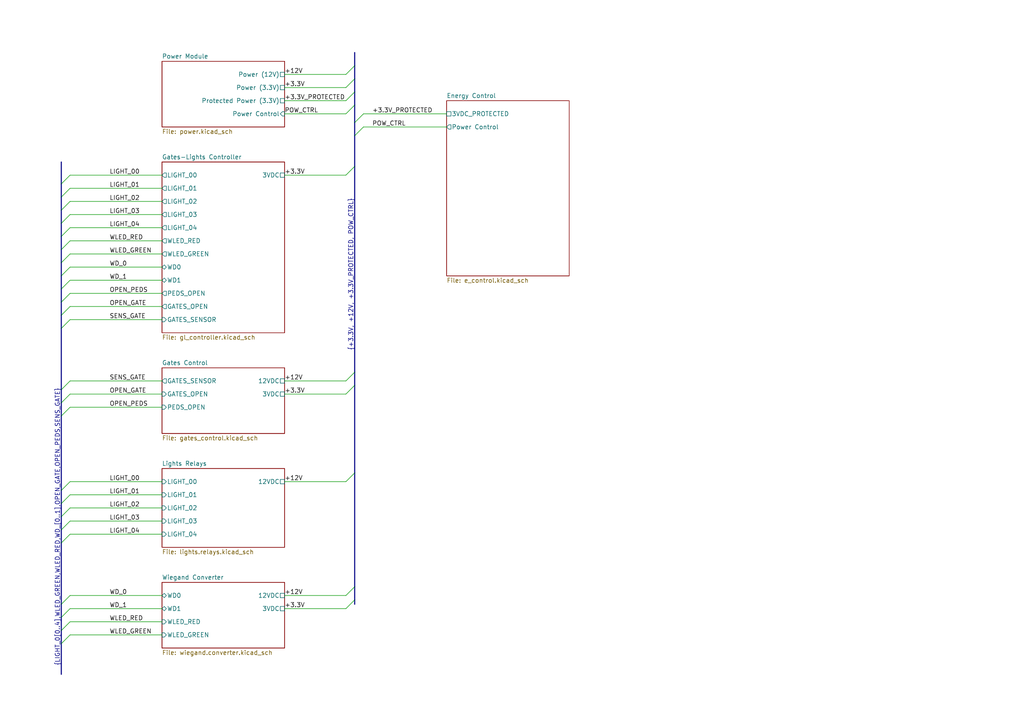
<source format=kicad_sch>
(kicad_sch (version 20230121) (generator eeschema)
  (paper "A4")
  (lib_symbols)
  (bus_entry (at 17.78 68.58) (size 2.54 -2.54))
  (bus_entry (at 17.78 91.44) (size 2.54 -2.54))
  (bus_entry (at 17.78 80.01) (size 2.54 -2.54))
  (bus_entry (at 105.41 33.02) (size -2.54 2.54))
  (bus_entry (at 17.78 186.69) (size 2.54 -2.54))
  (bus_entry (at 100.33 29.21) (size 2.54 -2.54))
  (bus_entry (at 17.78 60.96) (size 2.54 -2.54))
  (bus_entry (at 100.33 110.49) (size 2.54 -2.54))
  (bus_entry (at 100.33 21.59) (size 2.54 -2.54))
  (bus_entry (at 17.78 57.15) (size 2.54 -2.54))
  (bus_entry (at 17.78 83.82) (size 2.54 -2.54))
  (bus_entry (at 17.78 116.84) (size 2.54 -2.54))
  (bus_entry (at 17.78 175.26) (size 2.54 -2.54))
  (bus_entry (at 100.33 176.53) (size 2.54 -2.54))
  (bus_entry (at 17.78 120.65) (size 2.54 -2.54))
  (bus_entry (at 17.78 157.48) (size 2.54 -2.54))
  (bus_entry (at 17.78 153.67) (size 2.54 -2.54))
  (bus_entry (at 17.78 179.07) (size 2.54 -2.54))
  (bus_entry (at 100.33 139.7) (size 2.54 -2.54))
  (bus_entry (at 100.33 33.02) (size 2.54 -2.54))
  (bus_entry (at 100.33 172.72) (size 2.54 -2.54))
  (bus_entry (at 17.78 87.63) (size 2.54 -2.54))
  (bus_entry (at 17.78 53.34) (size 2.54 -2.54))
  (bus_entry (at 105.41 36.83) (size -2.54 2.54))
  (bus_entry (at 100.33 50.8) (size 2.54 -2.54))
  (bus_entry (at 17.78 95.25) (size 2.54 -2.54))
  (bus_entry (at 17.78 182.88) (size 2.54 -2.54))
  (bus_entry (at 17.78 146.05) (size 2.54 -2.54))
  (bus_entry (at 17.78 149.86) (size 2.54 -2.54))
  (bus_entry (at 100.33 114.3) (size 2.54 -2.54))
  (bus_entry (at 17.78 113.03) (size 2.54 -2.54))
  (bus_entry (at 17.78 76.2) (size 2.54 -2.54))
  (bus_entry (at 17.78 142.24) (size 2.54 -2.54))
  (bus_entry (at 17.78 64.77) (size 2.54 -2.54))
  (bus_entry (at 17.78 72.39) (size 2.54 -2.54))
  (bus_entry (at 100.33 25.4) (size 2.54 -2.54))
  (wire (pts (xy 105.41 33.02) (xy 129.54 33.02)))
  (bus (pts (xy 102.87 137.16) (xy 102.87 170.18)))
  (wire (pts (xy 82.55 114.3) (xy 100.33 114.3)))
  (wire (pts (xy 20.32 110.49) (xy 46.99 110.49)))
  (bus (pts (xy 102.87 173.99) (xy 102.87 175.26)))
  (bus (pts (xy 102.87 170.18) (xy 102.87 173.99)))
  (wire (pts (xy 20.32 147.32) (xy 46.99 147.32)))
  (wire (pts (xy 82.55 21.59) (xy 100.33 21.59)))
  (bus (pts (xy 17.78 80.01) (xy 17.78 83.82)))
  (bus (pts (xy 102.87 35.56) (xy 102.87 39.37)))
  (wire (pts (xy 20.32 69.85) (xy 46.99 69.85)))
  (bus (pts (xy 17.78 64.77) (xy 17.78 68.58)))
  (bus (pts (xy 17.78 60.96) (xy 17.78 64.77)))
  (bus (pts (xy 17.78 72.39) (xy 17.78 76.2)))
  (wire (pts (xy 20.32 81.28) (xy 46.99 81.28)))
  (bus (pts (xy 17.78 182.88) (xy 17.78 186.69)))
  (wire (pts (xy 82.55 33.02) (xy 100.33 33.02)))
  (bus (pts (xy 17.78 186.69) (xy 17.78 195.58)))
  (wire (pts (xy 105.41 36.83) (xy 129.54 36.83)))
  (bus (pts (xy 17.78 157.48) (xy 17.78 175.26)))
  (bus (pts (xy 102.87 30.48) (xy 102.87 35.56)))
  (bus (pts (xy 102.87 107.95) (xy 102.87 111.76)))
  (wire (pts (xy 82.55 139.7) (xy 100.33 139.7)))
  (bus (pts (xy 102.87 22.86) (xy 102.87 26.67)))
  (wire (pts (xy 20.32 154.94) (xy 46.99 154.94)))
  (bus (pts (xy 17.78 142.24) (xy 17.78 146.05)))
  (bus (pts (xy 17.78 113.03) (xy 17.78 116.84)))
  (wire (pts (xy 20.32 54.61) (xy 46.99 54.61)))
  (bus (pts (xy 17.78 87.63) (xy 17.78 91.44)))
  (wire (pts (xy 82.55 29.21) (xy 100.33 29.21)))
  (wire (pts (xy 20.32 62.23) (xy 46.99 62.23)))
  (wire (pts (xy 20.32 172.72) (xy 46.99 172.72)))
  (bus (pts (xy 17.78 68.58) (xy 17.78 72.39)))
  (bus (pts (xy 17.78 116.84) (xy 17.78 120.65)))
  (wire (pts (xy 82.55 25.4) (xy 100.33 25.4)))
  (bus (pts (xy 17.78 95.25) (xy 17.78 113.03)))
  (bus (pts (xy 17.78 83.82) (xy 17.78 87.63)))
  (bus (pts (xy 102.87 111.76) (xy 102.87 137.16)))
  (wire (pts (xy 82.55 172.72) (xy 100.33 172.72)))
  (bus (pts (xy 17.78 53.34) (xy 17.78 57.15)))
  (wire (pts (xy 20.32 88.9) (xy 46.99 88.9)))
  (wire (pts (xy 20.32 114.3) (xy 46.99 114.3)))
  (wire (pts (xy 20.32 180.34) (xy 46.99 180.34)))
  (bus (pts (xy 17.78 175.26) (xy 17.78 179.07)))
  (bus (pts (xy 17.78 120.65) (xy 17.78 142.24)))
  (wire (pts (xy 20.32 85.09) (xy 46.99 85.09)))
  (wire (pts (xy 20.32 73.66) (xy 46.99 73.66)))
  (bus (pts (xy 17.78 46.99) (xy 17.78 53.34)))
  (bus (pts (xy 102.87 48.26) (xy 102.87 107.95)))
  (wire (pts (xy 20.32 139.7) (xy 46.99 139.7)))
  (wire (pts (xy 20.32 58.42) (xy 46.99 58.42)))
  (bus (pts (xy 17.78 153.67) (xy 17.78 157.48)))
  (bus (pts (xy 17.78 146.05) (xy 17.78 149.86)))
  (bus (pts (xy 102.87 39.37) (xy 102.87 48.26)))
  (wire (pts (xy 20.32 50.8) (xy 46.99 50.8)))
  (bus (pts (xy 17.78 179.07) (xy 17.78 182.88)))
  (wire (pts (xy 82.55 176.53) (xy 100.33 176.53)))
  (bus (pts (xy 17.78 91.44) (xy 17.78 95.25)))
  (wire (pts (xy 20.32 151.13) (xy 46.99 151.13)))
  (bus (pts (xy 102.87 19.05) (xy 102.87 22.86)))
  (bus (pts (xy 17.78 76.2) (xy 17.78 80.01)))
  (bus (pts (xy 102.87 26.67) (xy 102.87 30.48)))
  (wire (pts (xy 20.32 77.47) (xy 46.99 77.47)))
  (wire (pts (xy 20.32 184.15) (xy 46.99 184.15)))
  (bus (pts (xy 17.78 57.15) (xy 17.78 60.96)))
  (wire (pts (xy 20.32 92.71) (xy 46.99 92.71)))
  (wire (pts (xy 20.32 143.51) (xy 46.99 143.51)))
  (bus (pts (xy 17.78 149.86) (xy 17.78 153.67)))
  (wire (pts (xy 82.55 110.49) (xy 100.33 110.49)))
  (wire (pts (xy 20.32 176.53) (xy 46.99 176.53)))
  (wire (pts (xy 82.55 50.8) (xy 100.33 50.8)))
  (wire (pts (xy 20.32 118.11) (xy 46.99 118.11)))
  (bus (pts (xy 102.87 15.24) (xy 102.87 19.05)))
  (wire (pts (xy 20.32 66.04) (xy 46.99 66.04)))
  (label "WLED_RED" (at 31.75 180.34 0))
  (label "LIGHT_03" (at 31.75 62.23 0))
  (label "WD_0" (at 31.75 77.47 0))
  (label "+12V" (at 82.55 21.59 0))
  (label "LIGHT_02" (at 31.75 147.32 0))
  (label "WLED_GREEN" (at 31.75 184.15 0))
  (label "+3.3V" (at 82.55 25.4 0))
  (label "+3.3V" (at 82.55 176.53 0))
  (label "WD_1" (at 31.75 176.53 0))
  (label "+3.3V_PROTECTED" (at 82.55 29.21 0))
  (label "WLED_RED" (at 31.75 69.85 0))
  (label "+3.3V" (at 82.55 50.8 0))
  (label "+3.3V_PROTECTED" (at 107.95 33.02 0))
  (label "+12V" (at 82.55 139.7 0))
  (label "{+3.3V, +12V, +3.3V_PROTECTED, POW_CTRL}" (at 102.87 101.6 90))
  (label "+3.3V" (at 82.55 114.3 0))
  (label "WLED_GREEN" (at 31.75 73.66 0))
  (label "SENS_GATE" (at 31.75 92.71 0))
  (label "SENS_GATE" (at 31.75 110.49 0))
  (label "LIGHT_01" (at 31.75 54.61 0))
  (label "POW_CTRL" (at 82.55 33.02 0))
  (label "OPEN_PEDS" (at 31.75 85.09 0))
  (label "LIGHT_00" (at 31.75 50.8 0))
  (label "OPEN_PEDS" (at 31.75 118.11 0))
  (label "WD_1" (at 31.75 81.28 0))
  (label "LIGHT_00" (at 31.75 139.7 0))
  (label "LIGHT_04" (at 31.75 66.04 0))
  (label "LIGHT_04" (at 31.75 154.94 0))
  (label "OPEN_GATE" (at 31.75 114.3 0))
  (label "WD_0" (at 31.75 172.72 0))
  (label "LIGHT_03" (at 31.75 151.13 0))
  (label "OPEN_GATE" (at 31.75 88.9 0))
  (label "{LIGHT_0[0..4],WLED_GREEN,WLED_RED,WD_[0..1],OPEN_GATE,OPEN_PEDS,SENS_GATE}" (at 17.78 193.04 90))
  (label "+12V" (at 82.55 110.49 0))
  (label "LIGHT_02" (at 31.75 58.42 0))
  (label "POW_CTRL" (at 107.95 36.83 0))
  (label "LIGHT_01" (at 31.75 143.51 0))
  (label "+12V" (at 82.55 172.72 0))
  (sheet (at 46.99 46.99) (size 35.56 49.53) (stroke (width 0.1524))
    (property "Sheetname" "Gates-Lights Controller" (at 46.99 46.2784 0) (effects (justify left bottom)))
    (property "Sheetfile" "gl_controller.kicad_sch" (at 46.99 97.1046 0) (effects (justify left top)))
    (pin "3VDC" passive (at 82.55 50.8 0))
    (pin "LIGHT_02" output (at 46.99 58.42 180))
    (pin "LIGHT_01" output (at 46.99 54.61 180))
    (pin "LIGHT_00" output (at 46.99 50.8 180))
    (pin "WLED_RED" output (at 46.99 69.85 180))
    (pin "WLED_GREEN" output (at 46.99 73.66 180))
    (pin "GATES_OPEN" output (at 46.99 88.9 180))
    (pin "WD1" bidirectional (at 46.99 81.28 180))
    (pin "LIGHT_04" output (at 46.99 66.04 180))
    (pin "LIGHT_03" output (at 46.99 62.23 180))
    (pin "GATES_SENSOR" input (at 46.99 92.71 180))
    (pin "PEDS_OPEN" output (at 46.99 85.09 180))
    (pin "WD0" bidirectional (at 46.99 77.47 180))
  )
  (sheet (at 46.99 17.78) (size 35.56 19.05) (stroke (width 0.1524))
    (property "Sheetname" "Power Module" (at 46.99 17.0684 0) (effects (justify left bottom)))
    (property "Sheetfile" "power.kicad_sch" (at 46.99 37.4146 0) (effects (justify left top)))
    (pin "Power (12V)" passive (at 82.55 21.59 0))
    (pin "Power (3.3V)" passive (at 82.55 25.4 0))
    (pin "Power Control" input (at 82.55 33.02 0))
    (pin "Protected Power (3.3V)" passive (at 82.55 29.21 0))
  )
  (sheet (at 129.54 29.21) (size 35.56 50.8) (stroke (width 0.1524))
    (property "Sheetname" "Energy Control" (at 129.54 28.4984 0) (effects (justify left bottom)))
    (property "Sheetfile" "e_control.kicad_sch" (at 129.54 80.5946 0) (effects (justify left top)))
    (pin "3VDC_PROTECTED" passive (at 129.54 33.02 180))
    (pin "Power Control" output (at 129.54 36.83 180))
  )
  (sheet (at 46.99 168.91) (size 35.56 19.05) (stroke (width 0.1524))
    (property "Sheetname" "Wiegand Converter" (at 46.99 168.1984 0) (effects (justify left bottom)))
    (property "Sheetfile" "wiegand.converter.kicad_sch" (at 46.99 188.5446 0) (effects (justify left top)))
    (pin "WD1" bidirectional (at 46.99 176.53 180))
    (pin "WD0" bidirectional (at 46.99 172.72 180))
    (pin "WLED_RED" input (at 46.99 180.34 180))
    (pin "WLED_GREEN" input (at 46.99 184.15 180))
    (pin "12VDC" passive (at 82.55 172.72 0))
    (pin "3VDC" passive (at 82.55 176.53 0))
  )
  (sheet (at 46.99 106.68) (size 35.56 19.05) (stroke (width 0.1524))
    (property "Sheetname" "Gates Control" (at 46.99 105.9684 0) (effects (justify left bottom)))
    (property "Sheetfile" "gates_control.kicad_sch" (at 46.99 126.3146 0) (effects (justify left top)))
    (pin "3VDC" passive (at 82.55 114.3 0))
    (pin "12VDC" passive (at 82.55 110.49 0))
    (pin "GATES_SENSOR" output (at 46.99 110.49 180))
    (pin "PEDS_OPEN" input (at 46.99 118.11 180))
    (pin "GATES_OPEN" input (at 46.99 114.3 180))
  )
  (sheet (at 46.99 135.89) (size 35.56 22.86) (stroke (width 0.1524))
    (property "Sheetname" "Lights Relays" (at 46.99 135.1784 0) (effects (justify left bottom)))
    (property "Sheetfile" "lights.relays.kicad_sch" (at 46.99 159.3346 0) (effects (justify left top)))
    (pin "LIGHT_02" input (at 46.99 147.32 180))
    (pin "LIGHT_03" input (at 46.99 151.13 180))
    (pin "LIGHT_04" input (at 46.99 154.94 180))
    (pin "LIGHT_01" input (at 46.99 143.51 180))
    (pin "LIGHT_00" input (at 46.99 139.7 180))
    (pin "12VDC" passive (at 82.55 139.7 0))
  )
)
</source>
